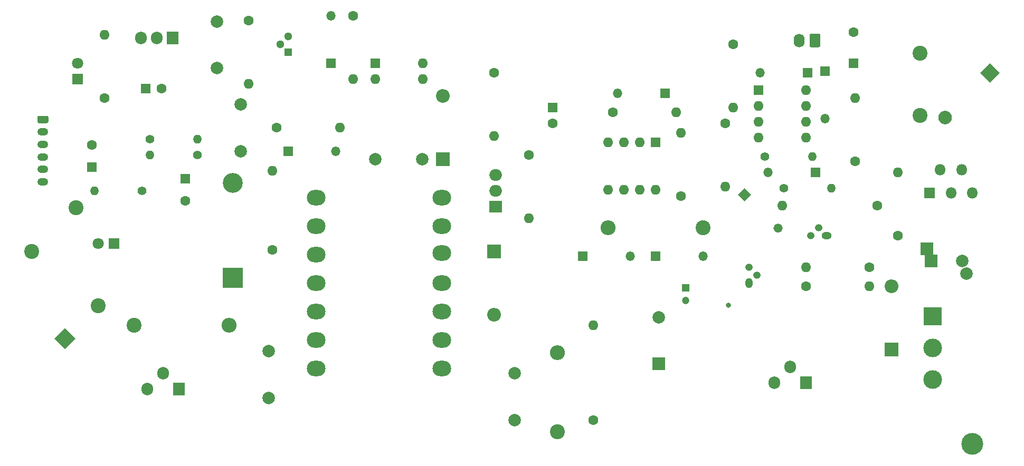
<source format=gbr>
%TF.GenerationSoftware,KiCad,Pcbnew,(5.1.6)-1*%
%TF.CreationDate,2021-01-03T21:45:46+05:30*%
%TF.ProjectId,supplyboard,73757070-6c79-4626-9f61-72642e6b6963,rev?*%
%TF.SameCoordinates,Original*%
%TF.FileFunction,Copper,L1,Top*%
%TF.FilePolarity,Positive*%
%FSLAX46Y46*%
G04 Gerber Fmt 4.6, Leading zero omitted, Abs format (unit mm)*
G04 Created by KiCad (PCBNEW (5.1.6)-1) date 2021-01-03 21:45:46*
%MOMM*%
%LPD*%
G01*
G04 APERTURE LIST*
%TA.AperFunction,ComponentPad*%
%ADD10O,3.200000X3.200000*%
%TD*%
%TA.AperFunction,ComponentPad*%
%ADD11R,3.200000X3.200000*%
%TD*%
%TA.AperFunction,ComponentPad*%
%ADD12C,1.600000*%
%TD*%
%TA.AperFunction,ComponentPad*%
%ADD13R,1.600000X1.600000*%
%TD*%
%TA.AperFunction,ComponentPad*%
%ADD14O,1.600000X1.600000*%
%TD*%
%TA.AperFunction,ComponentPad*%
%ADD15O,1.400000X1.400000*%
%TD*%
%TA.AperFunction,ComponentPad*%
%ADD16C,1.400000*%
%TD*%
%TA.AperFunction,ComponentPad*%
%ADD17O,1.750000X1.200000*%
%TD*%
%TA.AperFunction,ComponentPad*%
%ADD18R,1.200000X1.200000*%
%TD*%
%TA.AperFunction,ComponentPad*%
%ADD19C,1.200000*%
%TD*%
%TA.AperFunction,ComponentPad*%
%ADD20C,0.100000*%
%TD*%
%TA.AperFunction,ComponentPad*%
%ADD21C,3.500000*%
%TD*%
%TA.AperFunction,ComponentPad*%
%ADD22O,1.500000X1.500000*%
%TD*%
%TA.AperFunction,ComponentPad*%
%ADD23R,1.500000X1.500000*%
%TD*%
%TA.AperFunction,ComponentPad*%
%ADD24C,2.000000*%
%TD*%
%TA.AperFunction,ComponentPad*%
%ADD25R,2.000000X2.000000*%
%TD*%
%TA.AperFunction,ComponentPad*%
%ADD26O,3.000000X2.500000*%
%TD*%
%TA.AperFunction,ComponentPad*%
%ADD27O,2.400000X2.400000*%
%TD*%
%TA.AperFunction,ComponentPad*%
%ADD28C,2.400000*%
%TD*%
%TA.AperFunction,ComponentPad*%
%ADD29O,2.200000X2.200000*%
%TD*%
%TA.AperFunction,ComponentPad*%
%ADD30R,2.200000X2.200000*%
%TD*%
%TA.AperFunction,ComponentPad*%
%ADD31C,1.800000*%
%TD*%
%TA.AperFunction,ComponentPad*%
%ADD32R,1.800000X1.800000*%
%TD*%
%TA.AperFunction,ComponentPad*%
%ADD33O,1.905000X2.000000*%
%TD*%
%TA.AperFunction,ComponentPad*%
%ADD34R,1.905000X2.000000*%
%TD*%
%TA.AperFunction,ComponentPad*%
%ADD35C,3.000000*%
%TD*%
%TA.AperFunction,ComponentPad*%
%ADD36R,3.000000X3.000000*%
%TD*%
%TA.AperFunction,ComponentPad*%
%ADD37O,1.800000X1.800000*%
%TD*%
%TA.AperFunction,ComponentPad*%
%ADD38O,1.740000X2.190000*%
%TD*%
%TA.AperFunction,ComponentPad*%
%ADD39O,1.200000X1.200000*%
%TD*%
%TA.AperFunction,ComponentPad*%
%ADD40O,1.600000X1.200000*%
%TD*%
%TA.AperFunction,ComponentPad*%
%ADD41R,2.000000X1.905000*%
%TD*%
%TA.AperFunction,ComponentPad*%
%ADD42O,2.000000X1.905000*%
%TD*%
%TA.AperFunction,ComponentPad*%
%ADD43O,1.200000X1.600000*%
%TD*%
%TA.AperFunction,ComponentPad*%
%ADD44C,1.300000*%
%TD*%
%TA.AperFunction,ComponentPad*%
%ADD45R,1.300000X1.300000*%
%TD*%
%TA.AperFunction,ViaPad*%
%ADD46C,0.800000*%
%TD*%
G04 APERTURE END LIST*
D10*
%TO.P,D8,2*%
%TO.N,Net-(C20-Pad1)*%
X71120000Y-106045000D03*
D11*
%TO.P,D8,1*%
%TO.N,Net-(D8-Pad1)*%
X71120000Y-121285000D03*
%TD*%
D12*
%TO.P,C20,2*%
%TO.N,Earth*%
X63500000Y-108910000D03*
D13*
%TO.P,C20,1*%
%TO.N,Net-(C20-Pad1)*%
X63500000Y-105410000D03*
%TD*%
D14*
%TO.P,R19,2*%
%TO.N,Net-(D11-Pad1)*%
X77470000Y-104140000D03*
D12*
%TO.P,R19,1*%
%TO.N,OPTO_2*%
X77470000Y-116840000D03*
%TD*%
D15*
%TO.P,R25,2*%
%TO.N,Net-(R13-Pad1)*%
X57785000Y-101600000D03*
D16*
%TO.P,R25,1*%
%TO.N,Net-(C12-Pad1)*%
X65405000Y-101600000D03*
%TD*%
D15*
%TO.P,R21,2*%
%TO.N,Net-(C12-Pad1)*%
X65405000Y-99060000D03*
D16*
%TO.P,R21,1*%
%TO.N,Earth*%
X57785000Y-99060000D03*
%TD*%
D15*
%TO.P,R9,2*%
%TO.N,48V*%
X48895000Y-107315000D03*
D16*
%TO.P,R9,1*%
%TO.N,Net-(R13-Pad2)*%
X56515000Y-107315000D03*
%TD*%
D17*
%TO.P,J2,6*%
%TO.N,48V*%
X40640000Y-105885000D03*
%TO.P,J2,5*%
X40640000Y-103885000D03*
%TO.P,J2,4*%
%TO.N,Earth*%
X40640000Y-101885000D03*
%TO.P,J2,3*%
X40640000Y-99885000D03*
%TO.P,J2,2*%
%TO.N,5V*%
X40640000Y-97885000D03*
%TO.P,J2,1*%
%TO.N,Earth*%
%TA.AperFunction,ComponentPad*%
G36*
G01*
X40014999Y-95285000D02*
X41265001Y-95285000D01*
G75*
G02*
X41515000Y-95534999I0J-249999D01*
G01*
X41515000Y-96235001D01*
G75*
G02*
X41265001Y-96485000I-249999J0D01*
G01*
X40014999Y-96485000D01*
G75*
G02*
X39765000Y-96235001I0J249999D01*
G01*
X39765000Y-95534999D01*
G75*
G02*
X40014999Y-95285000I249999J0D01*
G01*
G37*
%TD.AperFunction*%
%TD*%
D14*
%TO.P,R31,2*%
%TO.N,Net-(R31-Pad2)*%
X159258000Y-109728000D03*
D12*
%TO.P,R31,1*%
%TO.N,Net-(C4-Pad1)*%
X174498000Y-109728000D03*
%TD*%
D15*
%TO.P,R30,2*%
%TO.N,Earth*%
X167132000Y-106934000D03*
D16*
%TO.P,R30,1*%
%TO.N,Net-(R28-Pad1)*%
X159512000Y-106934000D03*
%TD*%
D15*
%TO.P,R36,2*%
%TO.N,/INPUTB*%
X164084000Y-101854000D03*
D16*
%TO.P,R36,1*%
%TO.N,Net-(R28-Pad1)*%
X156464000Y-101854000D03*
%TD*%
D18*
%TO.P,C18,1*%
%TO.N,TO_FB1*%
X143764000Y-122936000D03*
D19*
%TO.P,C18,2*%
%TO.N,Earth*%
X143764000Y-124936000D03*
%TD*%
%TO.P,D3,2*%
%TO.N,Net-(D3-Pad2)*%
%TA.AperFunction,ComponentPad*%
G36*
G01*
X186125612Y-94798388D02*
X186125612Y-94798388D01*
G75*
G02*
X186125612Y-96354022I-777817J-777817D01*
G01*
X186125612Y-96354022D01*
G75*
G02*
X184569978Y-96354022I-777817J777817D01*
G01*
X184569978Y-96354022D01*
G75*
G02*
X184569978Y-94798388I777817J777817D01*
G01*
X184569978Y-94798388D01*
G75*
G02*
X186125612Y-94798388I777817J-777817D01*
G01*
G37*
%TD.AperFunction*%
%TA.AperFunction,ComponentPad*%
D20*
%TO.P,D3,1*%
%TO.N,Earth*%
G36*
X192532000Y-86836365D02*
G01*
X194087635Y-88392000D01*
X192532000Y-89947635D01*
X190976365Y-88392000D01*
X192532000Y-86836365D01*
G37*
%TD.AperFunction*%
%TD*%
D21*
%TO.P,,*%
%TO.N,Net-(J1-Pad3)*%
X189675000Y-148005000D03*
%TD*%
D13*
%TO.P,C21,2*%
%TO.N,48V*%
X48514000Y-103505000D03*
D12*
%TO.P,C21,1*%
%TO.N,Earth*%
X48514000Y-100005000D03*
%TD*%
D22*
%TO.P,ZD,2*%
%TO.N,Earth*%
X146558000Y-117856000D03*
D23*
%TO.P,ZD,1*%
%TO.N,TO_FB1*%
X138938000Y-117856000D03*
%TD*%
D24*
%TO.P,C4,2*%
%TO.N,Earth*%
X188806144Y-120618000D03*
D25*
%TO.P,C4,1*%
%TO.N,Net-(C4-Pad1)*%
X182461856Y-116618000D03*
D24*
%TO.P,C4,2*%
%TO.N,Earth*%
X188134000Y-118618000D03*
D25*
%TO.P,C4,1*%
%TO.N,Net-(C4-Pad1)*%
X183134000Y-118618000D03*
%TD*%
D26*
%TO.P,T1,7*%
%TO.N,Earth*%
X84455000Y-113030000D03*
%TO.P,T1,6*%
%TO.N,Net-(D8-Pad1)*%
X84455000Y-122174000D03*
%TO.P,T1,14*%
%TO.N,Net-(C2-Pad2)*%
X84455000Y-135890000D03*
%TO.P,T1,3*%
%TO.N,Net-(D4-Pad1)*%
X104648000Y-122174000D03*
%TO.P,T1,2*%
%TO.N,Earth*%
X104648000Y-113030000D03*
%TO.P,T1,1*%
%TO.N,Net-(D6-Pad1)*%
X104648000Y-108458000D03*
%TO.P,T1,5*%
%TO.N,N/C*%
X104648000Y-126746000D03*
%TO.P,T1,13*%
X84455000Y-131318000D03*
%TO.P,T1,12*%
X84455000Y-126746000D03*
%TO.P,T1,11*%
X104648000Y-131318000D03*
%TO.P,T1,10*%
X84455000Y-117602000D03*
%TO.P,T1,*%
%TO.N,Earth*%
X84455000Y-108458000D03*
%TO.P,T1,8*%
%TO.N,N/C*%
X104648000Y-117348000D03*
%TO.P,T1,4*%
%TO.N,Net-(C1-Pad2)*%
X104648000Y-135890000D03*
%TD*%
D23*
%TO.P,D2,1*%
%TO.N,Net-(D2-Pad1)*%
X127254000Y-117856000D03*
D22*
%TO.P,D2,2*%
%TO.N,Net-(D2-Pad2)*%
X134874000Y-117856000D03*
%TD*%
%TO.P,D7,2*%
%TO.N,Net-(C3-Pad1)*%
X132842000Y-91694000D03*
D23*
%TO.P,D7,1*%
%TO.N,OPTO_POS+*%
X140462000Y-91694000D03*
%TD*%
%TO.P,D10,1*%
%TO.N,/Qin*%
X166116000Y-88138000D03*
D22*
%TO.P,D10,2*%
%TO.N,Net-(D10-Pad2)*%
X166116000Y-95758000D03*
%TD*%
D23*
%TO.P,D9,1*%
%TO.N,/Qin*%
X163322000Y-88392000D03*
D22*
%TO.P,D9,2*%
%TO.N,Net-(D9-Pad2)*%
X155702000Y-88392000D03*
%TD*%
%TO.P,D14,2*%
%TO.N,Net-(D13-Pad1)*%
X156972000Y-104394000D03*
D23*
%TO.P,D14,1*%
%TO.N,/Qin*%
X164592000Y-104394000D03*
%TD*%
%TA.AperFunction,ComponentPad*%
D20*
%TO.P,D13,1*%
%TO.N,Net-(D13-Pad1)*%
G36*
X152101340Y-107950000D02*
G01*
X153162000Y-106889340D01*
X154222660Y-107950000D01*
X153162000Y-109010660D01*
X152101340Y-107950000D01*
G37*
%TD.AperFunction*%
%TO.P,D13,2*%
%TO.N,Net-(D13-Pad2)*%
%TA.AperFunction,ComponentPad*%
G36*
G01*
X158019824Y-112807824D02*
X158019824Y-112807824D01*
G75*
G02*
X159080484Y-112807824I530330J-530330D01*
G01*
X159080484Y-112807824D01*
G75*
G02*
X159080484Y-113868484I-530330J-530330D01*
G01*
X159080484Y-113868484D01*
G75*
G02*
X158019824Y-113868484I-530330J530330D01*
G01*
X158019824Y-113868484D01*
G75*
G02*
X158019824Y-112807824I530330J530330D01*
G01*
G37*
%TD.AperFunction*%
%TD*%
D27*
%TO.P,R4,2*%
%TO.N,Net-(Q4-Pad3)*%
X131318000Y-113284000D03*
D28*
%TO.P,R4,1*%
%TO.N,Earth*%
X146558000Y-113284000D03*
%TD*%
D29*
%TO.P,D4,2*%
%TO.N,Net-(C1-Pad1)*%
X113030000Y-127254000D03*
D30*
%TO.P,D4,1*%
%TO.N,Net-(D4-Pad1)*%
X113030000Y-117094000D03*
%TD*%
D31*
%TO.P,LED1,2*%
%TO.N,Net-(LED1-Pad2)*%
X49530000Y-115824000D03*
D32*
%TO.P,LED1,1*%
%TO.N,Earth*%
X52070000Y-115824000D03*
%TD*%
D31*
%TO.P,LED2,2*%
%TO.N,Net-(LED2-Pad2)*%
X46228000Y-86868000D03*
D32*
%TO.P,LED2,1*%
%TO.N,Earth*%
X46228000Y-89408000D03*
%TD*%
D33*
%TO.P,Q2,3*%
%TO.N,Net-(C2-Pad2)*%
X57404000Y-139192000D03*
%TO.P,Q2,2*%
%TO.N,OPTO_2*%
X59944000Y-136652000D03*
D34*
%TO.P,Q2,1*%
%TO.N,Net-(C2-Pad2)*%
X62484000Y-139192000D03*
%TD*%
D33*
%TO.P,Q1,3*%
%TO.N,358IN*%
X157988000Y-138176000D03*
%TO.P,Q1,2*%
%TO.N,Net-(C1-Pad2)*%
X160528000Y-135636000D03*
D34*
%TO.P,Q1,1*%
%TO.N,358IN*%
X163068000Y-138176000D03*
%TD*%
D29*
%TO.P,D1,2*%
%TO.N,Net-(C4-Pad1)*%
X176784000Y-122682000D03*
D30*
%TO.P,D1,1*%
%TO.N,358IN*%
X176784000Y-132842000D03*
%TD*%
D29*
%TO.P,D6,2*%
%TO.N,Net-(C18-Pad1)*%
X104775000Y-92075000D03*
D30*
%TO.P,D6,1*%
%TO.N,Net-(D6-Pad1)*%
X104775000Y-102235000D03*
%TD*%
D14*
%TO.P,R42,2*%
%TO.N,Net-(C8-Pad1)*%
X177800000Y-104394000D03*
D12*
%TO.P,R42,1*%
%TO.N,Net-(R42-Pad1)*%
X177800000Y-114554000D03*
%TD*%
D35*
%TO.P,J1,3*%
%TO.N,Net-(J1-Pad3)*%
X183388000Y-137668000D03*
%TO.P,J1,2*%
%TO.N,358IN*%
X183388000Y-132588000D03*
D36*
%TO.P,J1,1*%
%TO.N,Earth*%
X183388000Y-127508000D03*
%TD*%
D27*
%TO.P,R2,2*%
%TO.N,Net-(C2-Pad1)*%
X70485000Y-128905000D03*
D28*
%TO.P,R2,1*%
%TO.N,OPTO_2*%
X55245000Y-128905000D03*
%TD*%
%TO.P,L1,2*%
%TO.N,48V*%
X45933068Y-110022932D03*
%TO.P,L1,1*%
%TO.N,OPTO_2*%
X38862000Y-117094000D03*
%TD*%
%TO.P,L2,2*%
%TO.N,Net-(C8-Pad1)*%
X181356000Y-85250000D03*
%TO.P,L2,1*%
%TO.N,Net-(D3-Pad2)*%
X181356000Y-95250000D03*
%TD*%
D37*
%TO.P,U6,5*%
%TO.N,Earth*%
X189680000Y-107696000D03*
%TO.P,U6,4*%
%TO.N,Net-(C8-Pad1)*%
X187980000Y-103996000D03*
%TO.P,U6,3*%
%TO.N,Earth*%
X186280000Y-107696000D03*
%TO.P,U6,2*%
%TO.N,Net-(D3-Pad2)*%
X184580000Y-103996000D03*
D32*
%TO.P,U6,1*%
%TO.N,Net-(C4-Pad1)*%
X182880000Y-107696000D03*
%TD*%
D12*
%TO.P,C8,2*%
%TO.N,Earth*%
X170688000Y-81868000D03*
D13*
%TO.P,C8,1*%
%TO.N,Net-(C8-Pad1)*%
X170688000Y-86868000D03*
%TD*%
D14*
%TO.P,R45,2*%
%TO.N,Net-(D10-Pad2)*%
X170942000Y-92456000D03*
D12*
%TO.P,R45,1*%
%TO.N,/INPUTB*%
X170942000Y-102616000D03*
%TD*%
D14*
%TO.P,R27,2*%
%TO.N,Net-(R14-Pad2)*%
X142240000Y-94742000D03*
D12*
%TO.P,R27,1*%
%TO.N,Net-(C14-Pad2)*%
X132080000Y-94742000D03*
%TD*%
%TO.P,C3,2*%
%TO.N,Earth*%
X122428000Y-96480000D03*
D13*
%TO.P,C3,1*%
%TO.N,Net-(C3-Pad1)*%
X122428000Y-93980000D03*
%TD*%
D14*
%TO.P,R46,2*%
%TO.N,Net-(Q5-Pad2)*%
X163068000Y-119634000D03*
D12*
%TO.P,R46,1*%
%TO.N,Net-(R42-Pad1)*%
X173228000Y-119634000D03*
%TD*%
D14*
%TO.P,R47,2*%
%TO.N,Net-(R42-Pad1)*%
X173228000Y-122682000D03*
D12*
%TO.P,R47,1*%
%TO.N,Net-(Q3-Pad3)*%
X163068000Y-122682000D03*
%TD*%
D14*
%TO.P,R12,2*%
%TO.N,Net-(LED2-Pad2)*%
X50546000Y-82296000D03*
D12*
%TO.P,R12,1*%
%TO.N,5V*%
X50546000Y-92456000D03*
%TD*%
%TO.P,C16,2*%
%TO.N,Earth*%
X59650000Y-90932000D03*
D13*
%TO.P,C16,1*%
%TO.N,5V*%
X57150000Y-90932000D03*
%TD*%
D24*
%TO.P,C12,2*%
%TO.N,Net-(C12-Pad2)*%
X68580000Y-80130000D03*
%TO.P,C12,1*%
%TO.N,Net-(C12-Pad1)*%
X68580000Y-87630000D03*
%TD*%
D14*
%TO.P,R14,2*%
%TO.N,Net-(R14-Pad2)*%
X143002000Y-98044000D03*
D12*
%TO.P,R14,1*%
%TO.N,Net-(R14-Pad1)*%
X143002000Y-108204000D03*
%TD*%
D14*
%TO.P,R29,2*%
%TO.N,Net-(R29-Pad2)*%
X150114000Y-106680000D03*
D12*
%TO.P,R29,1*%
%TO.N,Net-(R29-Pad1)*%
X150114000Y-96520000D03*
%TD*%
D14*
%TO.P,R28,2*%
%TO.N,Net-(R28-Pad2)*%
X151384000Y-93980000D03*
D12*
%TO.P,R28,1*%
%TO.N,Net-(R28-Pad1)*%
X151384000Y-83820000D03*
%TD*%
D14*
%TO.P,R20,2*%
%TO.N,Net-(C12-Pad2)*%
X88265000Y-97155000D03*
D12*
%TO.P,R20,1*%
%TO.N,Net-(C13-Pad1)*%
X78105000Y-97155000D03*
%TD*%
D14*
%TO.P,R18,2*%
%TO.N,Net-(Q4-Pad3)*%
X113030000Y-98552000D03*
D12*
%TO.P,R18,1*%
%TO.N,Net-(C15-Pad2)*%
X113030000Y-88392000D03*
%TD*%
D14*
%TO.P,R5,2*%
%TO.N,TO_FB1*%
X118618000Y-111760000D03*
D12*
%TO.P,R5,1*%
%TO.N,Net-(C18-Pad1)*%
X118618000Y-101600000D03*
%TD*%
D14*
%TO.P,R16,2*%
%TO.N,Net-(C12-Pad2)*%
X90424000Y-89408000D03*
D12*
%TO.P,R16,1*%
%TO.N,Net-(D5-Pad2)*%
X90424000Y-79248000D03*
%TD*%
D14*
%TO.P,R17,2*%
%TO.N,Net-(C12-Pad1)*%
X73660000Y-90170000D03*
D12*
%TO.P,R17,1*%
%TO.N,Net-(C12-Pad2)*%
X73660000Y-80010000D03*
%TD*%
D28*
%TO.P,C19,2*%
%TO.N,Earth*%
X49499301Y-125760699D03*
%TA.AperFunction,ComponentPad*%
D20*
%TO.P,C19,1*%
%TO.N,OPTO_2*%
G36*
X44196000Y-132761056D02*
G01*
X42498944Y-131064000D01*
X44196000Y-129366944D01*
X45893056Y-131064000D01*
X44196000Y-132761056D01*
G37*
%TD.AperFunction*%
%TD*%
D24*
%TO.P,C1,2*%
%TO.N,Net-(C1-Pad2)*%
X116332000Y-144152000D03*
%TO.P,C1,1*%
%TO.N,Net-(C1-Pad1)*%
X116332000Y-136652000D03*
%TD*%
%TO.P,C2,1*%
%TO.N,Net-(C2-Pad1)*%
X76835000Y-133096000D03*
%TO.P,C2,2*%
%TO.N,Net-(C2-Pad2)*%
X76835000Y-140596000D03*
%TD*%
%TO.P,C5,2*%
%TO.N,Earth*%
X139446000Y-127628000D03*
D25*
%TO.P,C5,1*%
%TO.N,Net-(C1-Pad2)*%
X139446000Y-135128000D03*
%TD*%
D24*
%TO.P,C10,1*%
%TO.N,Earth*%
X93980000Y-102235000D03*
%TO.P,C10,2*%
X101480000Y-102235000D03*
%TD*%
%TO.P,C13,2*%
%TO.N,Net-(C12-Pad1)*%
X72390000Y-93465000D03*
%TO.P,C13,1*%
%TO.N,Net-(C13-Pad1)*%
X72390000Y-100965000D03*
%TD*%
D22*
%TO.P,D5,2*%
%TO.N,Net-(D5-Pad2)*%
X86868000Y-79248000D03*
D23*
%TO.P,D5,1*%
%TO.N,Net-(D11-Pad2)*%
X86868000Y-86868000D03*
%TD*%
%TO.P,D11,1*%
%TO.N,Net-(D11-Pad1)*%
X80010000Y-100965000D03*
D22*
%TO.P,D11,2*%
%TO.N,Net-(D11-Pad2)*%
X87630000Y-100965000D03*
%TD*%
%TO.P,J3,1*%
%TO.N,Earth*%
%TA.AperFunction,ComponentPad*%
G36*
G01*
X165335000Y-82339999D02*
X165335000Y-84030001D01*
G75*
G02*
X165085001Y-84280000I-249999J0D01*
G01*
X163844999Y-84280000D01*
G75*
G02*
X163595000Y-84030001I0J249999D01*
G01*
X163595000Y-82339999D01*
G75*
G02*
X163844999Y-82090000I249999J0D01*
G01*
X165085001Y-82090000D01*
G75*
G02*
X165335000Y-82339999I0J-249999D01*
G01*
G37*
%TD.AperFunction*%
D38*
%TO.P,J3,2*%
%TO.N,Net-(J3-Pad2)*%
X161925000Y-83185000D03*
%TD*%
D39*
%TO.P,Q3,3*%
%TO.N,Net-(Q3-Pad3)*%
X163830000Y-114554000D03*
%TO.P,Q3,2*%
%TO.N,Net-(D13-Pad2)*%
X165100000Y-113284000D03*
D40*
%TO.P,Q3,1*%
%TO.N,Earth*%
X166370000Y-114554000D03*
%TD*%
D41*
%TO.P,Q4,1*%
%TO.N,Net-(D2-Pad1)*%
X113284000Y-109855000D03*
D42*
%TO.P,Q4,2*%
%TO.N,Net-(D4-Pad1)*%
X113284000Y-107315000D03*
%TO.P,Q4,3*%
%TO.N,Net-(Q4-Pad3)*%
X113284000Y-104775000D03*
%TD*%
D43*
%TO.P,Q5,1*%
%TO.N,Earth*%
X153924000Y-122174000D03*
D39*
%TO.P,Q5,2*%
%TO.N,Net-(Q5-Pad2)*%
X155194000Y-120904000D03*
%TO.P,Q5,3*%
%TO.N,OPTO_POS+*%
X153924000Y-119634000D03*
%TD*%
D12*
%TO.P,R3,1*%
%TO.N,Net-(C1-Pad2)*%
X128905000Y-144145000D03*
D14*
%TO.P,R3,2*%
%TO.N,TO_FB1*%
X128905000Y-128905000D03*
%TD*%
D27*
%TO.P,R6,2*%
%TO.N,Net-(C1-Pad1)*%
X123190000Y-133350000D03*
D28*
%TO.P,R6,1*%
%TO.N,Net-(C1-Pad2)*%
X123190000Y-146050000D03*
%TD*%
D13*
%TO.P,U1,1*%
%TO.N,Net-(D5-Pad2)*%
X93980000Y-86868000D03*
D14*
%TO.P,U1,3*%
%TO.N,Earth*%
X101600000Y-89408000D03*
%TO.P,U1,2*%
%TO.N,Net-(C12-Pad2)*%
X93980000Y-89408000D03*
%TO.P,U1,4*%
%TO.N,OPTO_POS+*%
X101600000Y-86868000D03*
%TD*%
D13*
%TO.P,U2,1*%
%TO.N,OPTO_POS+*%
X138938000Y-99568000D03*
D14*
%TO.P,U2,5*%
%TO.N,Earth*%
X131318000Y-107188000D03*
%TO.P,U2,2*%
X136398000Y-99568000D03*
%TO.P,U2,6*%
%TO.N,Net-(D2-Pad2)*%
X133858000Y-107188000D03*
%TO.P,U2,3*%
%TO.N,Net-(C15-Pad2)*%
X133858000Y-99568000D03*
%TO.P,U2,7*%
%TO.N,TO_FB1*%
X136398000Y-107188000D03*
%TO.P,U2,4*%
%TO.N,Net-(C14-Pad2)*%
X131318000Y-99568000D03*
%TO.P,U2,8*%
%TO.N,Net-(R14-Pad1)*%
X138938000Y-107188000D03*
%TD*%
D44*
%TO.P,U3,2*%
%TO.N,Earth*%
X78740000Y-83820000D03*
%TO.P,U3,3*%
X80010000Y-82550000D03*
D45*
%TO.P,U3,1*%
%TO.N,Net-(C12-Pad2)*%
X80010000Y-85090000D03*
%TD*%
D34*
%TO.P,U4,1*%
%TO.N,Net-(C20-Pad1)*%
X61468000Y-82804000D03*
D33*
%TO.P,U4,2*%
%TO.N,Earth*%
X58928000Y-82804000D03*
%TO.P,U4,3*%
%TO.N,5V*%
X56388000Y-82804000D03*
%TD*%
D14*
%TO.P,U5,8*%
%TO.N,Net-(C8-Pad1)*%
X163068000Y-91186000D03*
%TO.P,U5,4*%
%TO.N,Earth*%
X155448000Y-98806000D03*
%TO.P,U5,7*%
%TO.N,Net-(D10-Pad2)*%
X163068000Y-93726000D03*
%TO.P,U5,3*%
%TO.N,Net-(R29-Pad1)*%
X155448000Y-96266000D03*
%TO.P,U5,6*%
%TO.N,Net-(R37-Pad1)*%
X163068000Y-96266000D03*
%TO.P,U5,2*%
%TO.N,Net-(R28-Pad2)*%
X155448000Y-93726000D03*
%TO.P,U5,5*%
%TO.N,/INPUTB*%
X163068000Y-98806000D03*
D13*
%TO.P,U5,1*%
%TO.N,Net-(D9-Pad2)*%
X155448000Y-91186000D03*
%TD*%
D46*
%TO.N,*%
X150622000Y-125730000D03*
%TD*%
M02*

</source>
